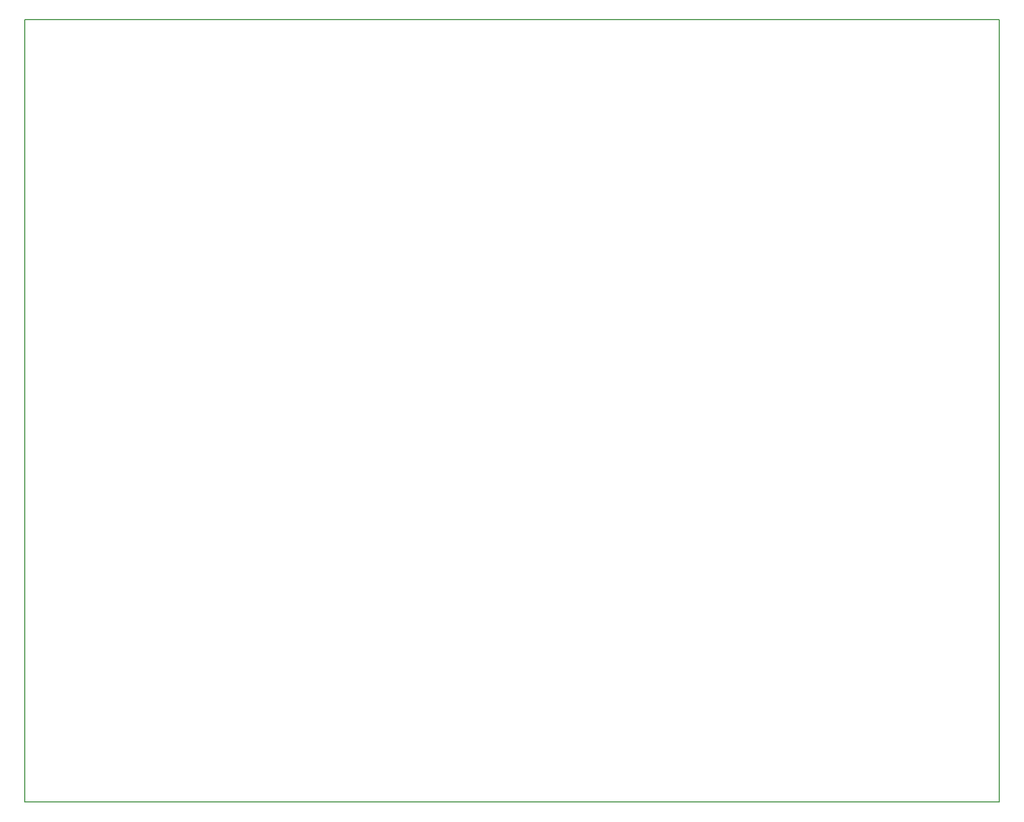
<source format=gbr>
%TF.GenerationSoftware,KiCad,Pcbnew,8.0.6*%
%TF.CreationDate,2025-01-04T02:04:51-08:00*%
%TF.ProjectId,MEP-MAXI-85V-1-REV-2-Interface-Board,4d45502d-4d41-4584-992d-3835562d312d,X1*%
%TF.SameCoordinates,Original*%
%TF.FileFunction,Profile,NP*%
%FSLAX46Y46*%
G04 Gerber Fmt 4.6, Leading zero omitted, Abs format (unit mm)*
G04 Created by KiCad (PCBNEW 8.0.6) date 2025-01-04 02:04:51*
%MOMM*%
%LPD*%
G01*
G04 APERTURE LIST*
%TA.AperFunction,Profile*%
%ADD10C,0.150000*%
%TD*%
G04 APERTURE END LIST*
D10*
X62069000Y-31380000D02*
X222069000Y-31380000D01*
X222069000Y-159880000D01*
X62069000Y-159880000D01*
X62069000Y-31380000D01*
M02*

</source>
